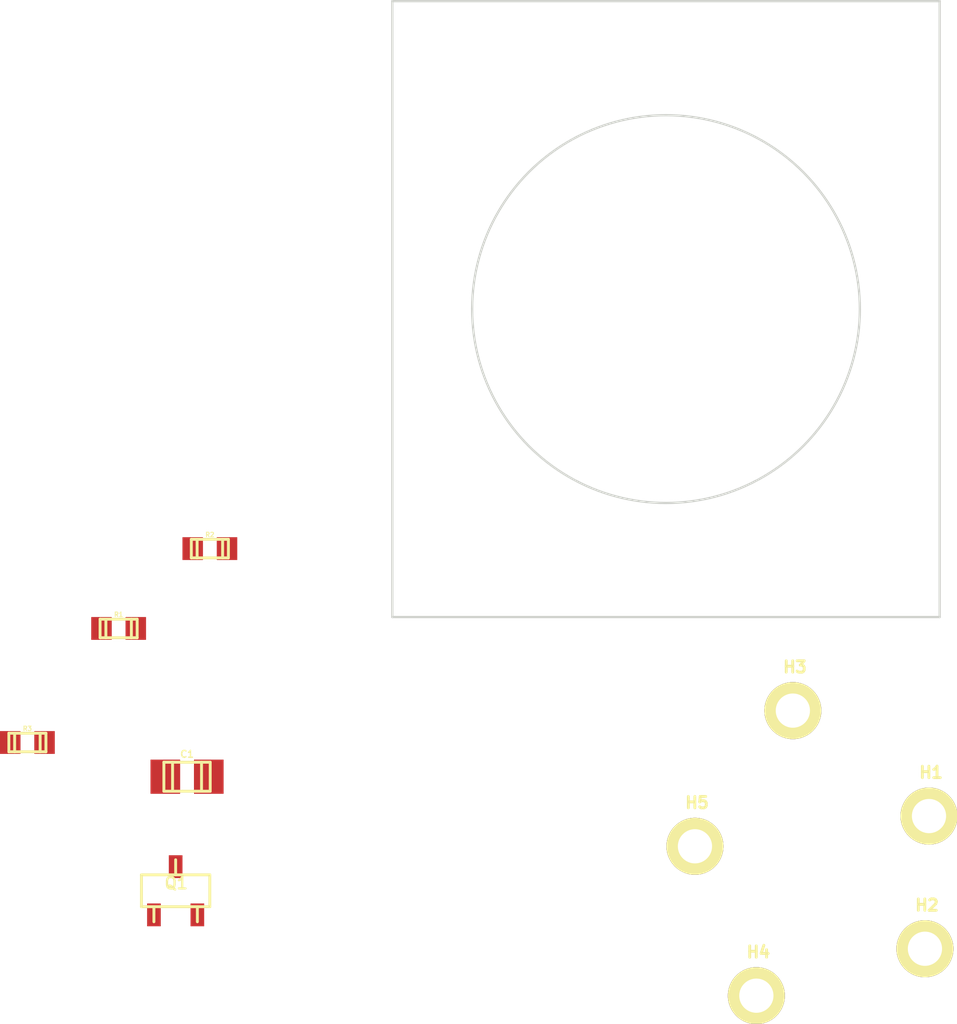
<source format=kicad_pcb>
(kicad_pcb (version 4) (host pcbnew 4.0.0-rc2-stable)

  (general
    (links 10)
    (no_connects 10)
    (area 235.853999 163.233999 259.954001 190.334001)
    (thickness 1.6)
    (drawings 5)
    (tracks 0)
    (zones 0)
    (modules 10)
    (nets 7)
  )

  (page A3)
  (layers
    (0 F.Cu signal)
    (31 B.Cu signal)
    (32 B.Adhes user)
    (33 F.Adhes user)
    (34 B.Paste user)
    (35 F.Paste user)
    (36 B.SilkS user)
    (37 F.SilkS user)
    (38 B.Mask user)
    (39 F.Mask user)
    (40 Dwgs.User user)
    (41 Cmts.User user)
    (42 Eco1.User user)
    (43 Eco2.User user)
    (44 Edge.Cuts user)
  )

  (setup
    (last_trace_width 0.254)
    (trace_clearance 0.254)
    (zone_clearance 0.508)
    (zone_45_only no)
    (trace_min 0.254)
    (segment_width 0.2)
    (edge_width 0.1)
    (via_size 0.889)
    (via_drill 0.635)
    (via_min_size 0.889)
    (via_min_drill 0.508)
    (uvia_size 0.508)
    (uvia_drill 0.127)
    (uvias_allowed no)
    (uvia_min_size 0.508)
    (uvia_min_drill 0.127)
    (pcb_text_width 0.3)
    (pcb_text_size 1.5 1.5)
    (mod_edge_width 0.15)
    (mod_text_size 1 1)
    (mod_text_width 0.07)
    (pad_size 1.6 2.4)
    (pad_drill 0)
    (pad_to_mask_clearance 0)
    (aux_axis_origin 247.904 176.784)
    (grid_origin 247.904 176.784)
    (visible_elements 7FFFFFFF)
    (pcbplotparams
      (layerselection 0x00030_80000001)
      (usegerberextensions true)
      (excludeedgelayer false)
      (linewidth 0.150000)
      (plotframeref false)
      (viasonmask false)
      (mode 1)
      (useauxorigin false)
      (hpglpennumber 1)
      (hpglpenspeed 20)
      (hpglpendiameter 15)
      (hpglpenoverlay 2)
      (psnegative false)
      (psa4output false)
      (plotreference true)
      (plotvalue false)
      (plotinvisibletext false)
      (padsonsilk false)
      (subtractmaskfromsilk false)
      (outputformat 1)
      (mirror false)
      (drillshape 0)
      (scaleselection 1)
      (outputdirectory pcb/manufacturing/))
  )

  (net 0 "")
  (net 1 "Net-(Q1-Pad1)")
  (net 2 "Net-(C1-Pad1)")
  (net 3 "Net-(C1-Pad2)")
  (net 4 "Net-(H5-Pad1)")
  (net 5 "Net-(H2-Pad1)")
  (net 6 "Net-(H1-Pad1)")

  (net_class Default "This is the default net class."
    (clearance 0.254)
    (trace_width 0.254)
    (via_dia 0.889)
    (via_drill 0.635)
    (uvia_dia 0.508)
    (uvia_drill 0.127)
    (add_net "Net-(C1-Pad1)")
    (add_net "Net-(C1-Pad2)")
    (add_net "Net-(H1-Pad1)")
    (add_net "Net-(H2-Pad1)")
    (add_net "Net-(H5-Pad1)")
    (add_net "Net-(Q1-Pad1)")
  )

  (net_class HALF_MM ""
    (clearance 0.25)
    (trace_width 0.5)
    (via_dia 2)
    (via_drill 1)
    (uvia_dia 0.508)
    (uvia_drill 0.127)
  )

  (module w_smd_cap:c_0805 (layer F.Cu) (tedit 49047394) (tstamp 56977B8B)
    (at 226.904 197.284)
    (descr "SMT capacitor, 0805")
    (path /56977BFE)
    (fp_text reference C1 (at 0 -0.9906) (layer F.SilkS)
      (effects (font (size 0.29972 0.29972) (thickness 0.06096)))
    )
    (fp_text value C (at 0 0.9906) (layer F.SilkS) hide
      (effects (font (size 0.29972 0.29972) (thickness 0.06096)))
    )
    (fp_line (start 0.635 -0.635) (end 0.635 0.635) (layer F.SilkS) (width 0.127))
    (fp_line (start -0.635 -0.635) (end -0.635 0.6096) (layer F.SilkS) (width 0.127))
    (fp_line (start -1.016 -0.635) (end 1.016 -0.635) (layer F.SilkS) (width 0.127))
    (fp_line (start 1.016 -0.635) (end 1.016 0.635) (layer F.SilkS) (width 0.127))
    (fp_line (start 1.016 0.635) (end -1.016 0.635) (layer F.SilkS) (width 0.127))
    (fp_line (start -1.016 0.635) (end -1.016 -0.635) (layer F.SilkS) (width 0.127))
    (pad 1 smd rect (at 0.9525 0) (size 1.30048 1.4986) (layers F.Cu F.Paste F.Mask)
      (net 2 "Net-(C1-Pad1)"))
    (pad 2 smd rect (at -0.9525 0) (size 1.30048 1.4986) (layers F.Cu F.Paste F.Mask)
      (net 3 "Net-(C1-Pad2)"))
    (model ../../kicad_library/pcb/3d\smd_cap\c_0805.wrl
      (at (xyz 0 0 0))
      (scale (xyz 1 1 1))
      (rotate (xyz 0 0 0))
    )
  )

  (module w_smd_trans:sot23 (layer F.Cu) (tedit 54312BC0) (tstamp 56977BAB)
    (at 226.404 202.284)
    (descr SOT23)
    (path /56977127)
    (fp_text reference Q1 (at 0.0254 -0.3302) (layer F.SilkS)
      (effects (font (size 0.50038 0.50038) (thickness 0.09906)))
    )
    (fp_text value 2SK3666 (at 0.1 0.4) (layer F.SilkS) hide
      (effects (font (size 0.50038 0.50038) (thickness 0.09906)))
    )
    (fp_line (start 0.9525 0.6985) (end 0.9525 1.3589) (layer F.SilkS) (width 0.127))
    (fp_line (start -0.9525 0.6985) (end -0.9525 1.3589) (layer F.SilkS) (width 0.127))
    (fp_line (start 0 -0.6985) (end 0 -1.3589) (layer F.SilkS) (width 0.127))
    (fp_line (start -1.4986 -0.6985) (end 1.4986 -0.6985) (layer F.SilkS) (width 0.127))
    (fp_line (start 1.4986 -0.6985) (end 1.4986 0.6985) (layer F.SilkS) (width 0.127))
    (fp_line (start 1.4986 0.6985) (end -1.4986 0.6985) (layer F.SilkS) (width 0.127))
    (fp_line (start -1.4986 0.6985) (end -1.4986 -0.6985) (layer F.SilkS) (width 0.127))
    (pad 1 smd rect (at -0.9525 1.05664) (size 0.59944 1.00076) (layers F.Cu F.Paste F.Mask)
      (net 1 "Net-(Q1-Pad1)"))
    (pad 3 smd rect (at 0 -1.05664) (size 0.59944 1.00076) (layers F.Cu F.Paste F.Mask)
      (net 4 "Net-(H5-Pad1)"))
    (pad 2 smd rect (at 0.9525 1.05664) (size 0.59944 1.00076) (layers F.Cu F.Paste F.Mask)
      (net 3 "Net-(C1-Pad2)"))
    (model ../../kicad_library/pcb/3d/smd_trans/sot23.wrl
      (at (xyz 0 0 0))
      (scale (xyz 1 1 1))
      (rotate (xyz 0 0 0))
    )
  )

  (module w_smd_resistors:r_0603 (layer F.Cu) (tedit 49047332) (tstamp 56977BB1)
    (at 223.904 190.784)
    (descr "SMT resistor, 0603")
    (path /569772F8)
    (fp_text reference R1 (at 0 -0.6096) (layer F.SilkS)
      (effects (font (size 0.20066 0.20066) (thickness 0.04064)))
    )
    (fp_text value R (at 0 0.6096) (layer F.SilkS) hide
      (effects (font (size 0.20066 0.20066) (thickness 0.04064)))
    )
    (fp_line (start 0.5588 0.4064) (end 0.5588 -0.4064) (layer F.SilkS) (width 0.127))
    (fp_line (start -0.5588 -0.381) (end -0.5588 0.4064) (layer F.SilkS) (width 0.127))
    (fp_line (start -0.8128 -0.4064) (end 0.8128 -0.4064) (layer F.SilkS) (width 0.127))
    (fp_line (start 0.8128 -0.4064) (end 0.8128 0.4064) (layer F.SilkS) (width 0.127))
    (fp_line (start 0.8128 0.4064) (end -0.8128 0.4064) (layer F.SilkS) (width 0.127))
    (fp_line (start -0.8128 0.4064) (end -0.8128 -0.4064) (layer F.SilkS) (width 0.127))
    (pad 1 smd rect (at 0.75184 0) (size 0.89916 1.00076) (layers F.Cu F.Paste F.Mask)
      (net 4 "Net-(H5-Pad1)"))
    (pad 2 smd rect (at -0.75184 0) (size 0.89916 1.00076) (layers F.Cu F.Paste F.Mask)
      (net 5 "Net-(H2-Pad1)"))
    (model ../../kicad_library/pcb/3d/smd_resistors/r_0603.wrl
      (at (xyz 0 0 0))
      (scale (xyz 1 1 1))
      (rotate (xyz 0 0 0))
    )
  )

  (module w_smd_resistors:r_0603 (layer F.Cu) (tedit 49047332) (tstamp 56977BB7)
    (at 227.904 187.284)
    (descr "SMT resistor, 0603")
    (path /569771F0)
    (fp_text reference R2 (at 0 -0.6096) (layer F.SilkS)
      (effects (font (size 0.20066 0.20066) (thickness 0.04064)))
    )
    (fp_text value R (at 0 0.6096) (layer F.SilkS) hide
      (effects (font (size 0.20066 0.20066) (thickness 0.04064)))
    )
    (fp_line (start 0.5588 0.4064) (end 0.5588 -0.4064) (layer F.SilkS) (width 0.127))
    (fp_line (start -0.5588 -0.381) (end -0.5588 0.4064) (layer F.SilkS) (width 0.127))
    (fp_line (start -0.8128 -0.4064) (end 0.8128 -0.4064) (layer F.SilkS) (width 0.127))
    (fp_line (start 0.8128 -0.4064) (end 0.8128 0.4064) (layer F.SilkS) (width 0.127))
    (fp_line (start 0.8128 0.4064) (end -0.8128 0.4064) (layer F.SilkS) (width 0.127))
    (fp_line (start -0.8128 0.4064) (end -0.8128 -0.4064) (layer F.SilkS) (width 0.127))
    (pad 1 smd rect (at 0.75184 0) (size 0.89916 1.00076) (layers F.Cu F.Paste F.Mask)
      (net 6 "Net-(H1-Pad1)"))
    (pad 2 smd rect (at -0.75184 0) (size 0.89916 1.00076) (layers F.Cu F.Paste F.Mask)
      (net 3 "Net-(C1-Pad2)"))
    (model ../../kicad_library/pcb/3d/smd_resistors/r_0603.wrl
      (at (xyz 0 0 0))
      (scale (xyz 1 1 1))
      (rotate (xyz 0 0 0))
    )
  )

  (module w_smd_resistors:r_0603 (layer F.Cu) (tedit 49047332) (tstamp 56977BBD)
    (at 219.904 195.784)
    (descr "SMT resistor, 0603")
    (path /56977293)
    (fp_text reference R3 (at 0 -0.6096) (layer F.SilkS)
      (effects (font (size 0.20066 0.20066) (thickness 0.04064)))
    )
    (fp_text value R (at 0 0.6096) (layer F.SilkS) hide
      (effects (font (size 0.20066 0.20066) (thickness 0.04064)))
    )
    (fp_line (start 0.5588 0.4064) (end 0.5588 -0.4064) (layer F.SilkS) (width 0.127))
    (fp_line (start -0.5588 -0.381) (end -0.5588 0.4064) (layer F.SilkS) (width 0.127))
    (fp_line (start -0.8128 -0.4064) (end 0.8128 -0.4064) (layer F.SilkS) (width 0.127))
    (fp_line (start 0.8128 -0.4064) (end 0.8128 0.4064) (layer F.SilkS) (width 0.127))
    (fp_line (start 0.8128 0.4064) (end -0.8128 0.4064) (layer F.SilkS) (width 0.127))
    (fp_line (start -0.8128 0.4064) (end -0.8128 -0.4064) (layer F.SilkS) (width 0.127))
    (pad 1 smd rect (at 0.75184 0) (size 0.89916 1.00076) (layers F.Cu F.Paste F.Mask)
      (net 1 "Net-(Q1-Pad1)"))
    (pad 2 smd rect (at -0.75184 0) (size 0.89916 1.00076) (layers F.Cu F.Paste F.Mask)
      (net 5 "Net-(H2-Pad1)"))
    (model ../../kicad_library/pcb/3d/smd_resistors/r_0603.wrl
      (at (xyz 0 0 0))
      (scale (xyz 1 1 1))
      (rotate (xyz 0 0 0))
    )
  )

  (module aart_holes:PLATED_HOLE_1_5MM (layer F.Cu) (tedit 564B24D5) (tstamp 56977C72)
    (at 258.1656 199.009)
    (descr "plated hole 1_5mm")
    (tags DEV)
    (path /5443BE4F)
    (fp_text reference H1 (at 1.36 -1.91) (layer F.SilkS)
      (effects (font (size 0.5 0.5) (thickness 0.125)))
    )
    (fp_text value HOLE (at 1.38 -2.9) (layer F.SilkS) hide
      (effects (font (size 0.5 0.5) (thickness 0.125)))
    )
    (pad 1 thru_hole circle (at 1.27 0) (size 2.5 2.5) (drill 1.5) (layers *.Cu *.Mask F.SilkS)
      (net 6 "Net-(H1-Pad1)"))
  )

  (module aart_holes:PLATED_HOLE_1_5MM (layer F.Cu) (tedit 564B24D5) (tstamp 56977C77)
    (at 257.9878 204.8256)
    (descr "plated hole 1_5mm")
    (tags DEV)
    (path /5443BE6E)
    (fp_text reference H2 (at 1.36 -1.91) (layer F.SilkS)
      (effects (font (size 0.5 0.5) (thickness 0.125)))
    )
    (fp_text value HOLE (at 1.38 -2.9) (layer F.SilkS) hide
      (effects (font (size 0.5 0.5) (thickness 0.125)))
    )
    (pad 1 thru_hole circle (at 1.27 0) (size 2.5 2.5) (drill 1.5) (layers *.Cu *.Mask F.SilkS)
      (net 5 "Net-(H2-Pad1)"))
  )

  (module aart_holes:PLATED_HOLE_1_5MM (layer F.Cu) (tedit 564B24D5) (tstamp 56977C7C)
    (at 252.1966 194.3862)
    (descr "plated hole 1_5mm")
    (tags DEV)
    (path /5443BE91)
    (fp_text reference H3 (at 1.36 -1.91) (layer F.SilkS)
      (effects (font (size 0.5 0.5) (thickness 0.125)))
    )
    (fp_text value HOLE (at 1.38 -2.9) (layer F.SilkS) hide
      (effects (font (size 0.5 0.5) (thickness 0.125)))
    )
    (pad 1 thru_hole circle (at 1.27 0) (size 2.5 2.5) (drill 1.5) (layers *.Cu *.Mask F.SilkS)
      (net 2 "Net-(C1-Pad1)"))
  )

  (module aart_holes:PLATED_HOLE_1_5MM (layer F.Cu) (tedit 564B24D5) (tstamp 56977C81)
    (at 250.5964 206.883)
    (descr "plated hole 1_5mm")
    (tags DEV)
    (path /5443BEAE)
    (fp_text reference H4 (at 1.36 -1.91) (layer F.SilkS)
      (effects (font (size 0.5 0.5) (thickness 0.125)))
    )
    (fp_text value HOLE (at 1.38 -2.9) (layer F.SilkS) hide
      (effects (font (size 0.5 0.5) (thickness 0.125)))
    )
    (pad 1 thru_hole circle (at 1.27 0) (size 2.5 2.5) (drill 1.5) (layers *.Cu *.Mask F.SilkS)
      (net 5 "Net-(H2-Pad1)"))
  )

  (module aart_holes:PLATED_HOLE_1_5MM (layer F.Cu) (tedit 564B24D5) (tstamp 56977C86)
    (at 247.904 200.334001)
    (descr "plated hole 1_5mm")
    (tags DEV)
    (path /56977663)
    (fp_text reference H5 (at 1.36 -1.91) (layer F.SilkS)
      (effects (font (size 0.5 0.5) (thickness 0.125)))
    )
    (fp_text value HOLE (at 1.38 -2.9) (layer F.SilkS) hide
      (effects (font (size 0.5 0.5) (thickness 0.125)))
    )
    (pad 1 thru_hole circle (at 1.27 0) (size 2.5 2.5) (drill 1.5) (layers *.Cu *.Mask F.SilkS)
      (net 4 "Net-(H5-Pad1)"))
  )

  (gr_circle (center 247.904 176.784) (end 256.404 176.784) (layer Edge.Cuts) (width 0.1))
  (gr_line (start 235.904 163.284) (end 235.904 190.284) (angle 90) (layer Edge.Cuts) (width 0.1))
  (gr_line (start 259.904 163.284) (end 235.904 163.284) (angle 90) (layer Edge.Cuts) (width 0.1))
  (gr_line (start 259.904 190.284) (end 259.904 163.284) (angle 90) (layer Edge.Cuts) (width 0.1))
  (gr_line (start 235.904 190.284) (end 259.904 190.284) (angle 90) (layer Edge.Cuts) (width 0.1))

)

</source>
